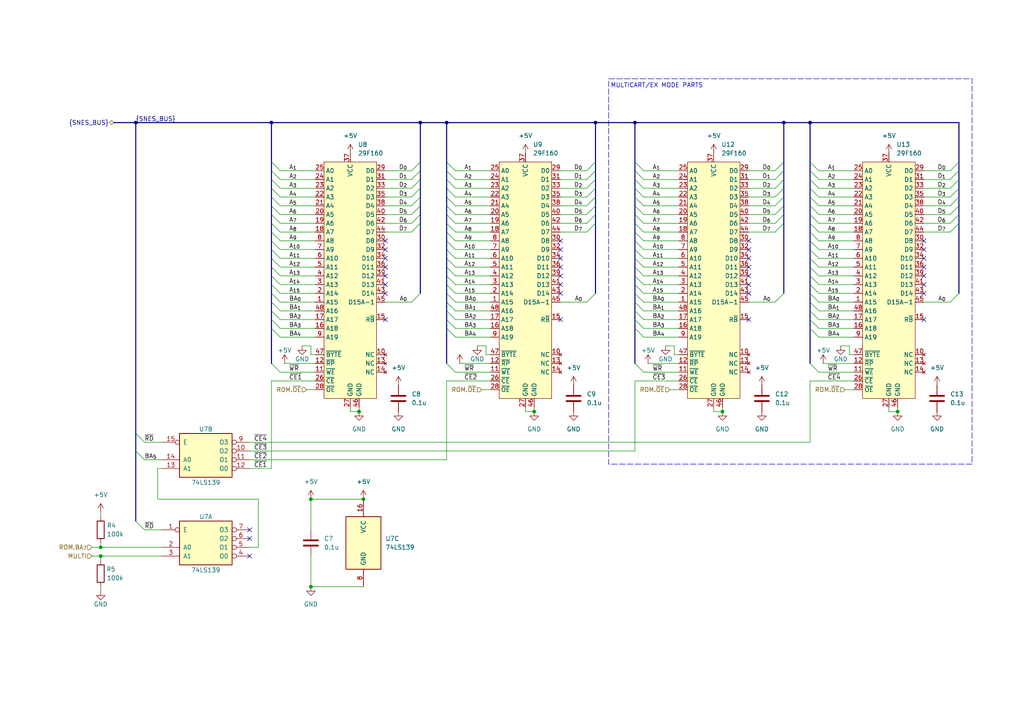
<source format=kicad_sch>
(kicad_sch (version 20231120) (generator "eeschema") (generator_version "8.0")
  (paper "A4")
  (title_block (title "SNES Advanced Flash Cartridge (HiROM)") (date "2024-10-09") (rev "1.2") (company "https://github.com/MouseBiteLabs"))
  (lib_symbols
    (symbol "Bucketmouse:29F160"
      (property "Reference" "U" (at -7.62 31.75 0))
      (property "Value" "29F160" (at -10.414 -39.37 0))
      (symbol "29F160_1_1"
        (rectangle (start -7.62 30.48) (end 7.62 -38.1) (fill (type background)))
        (pin input line (at -10.16 -10.16 0) (length 2.54) (name "A15") (number "1"))
        (pin no_connect line (at 10.16 -25.4 180) (length 2.54) (name "NC") (number "10"))
        (pin input line (at -10.16 -30.48 0) (length 2.54) (name "~{WE}") (number "11"))
        (pin input line (at -10.16 -27.94 0) (length 2.54) (name "~{RP}") (number "12"))
        (pin no_connect line (at 10.16 -27.94 180) (length 2.54) (name "NC") (number "13"))
        (pin no_connect line (at 10.16 -30.48 180) (length 2.54) (name "NC") (number "14"))
        (pin output line (at 10.16 -15.24 180) (length 2.54) (name "R~{B}") (number "15"))
        (pin input line (at -10.16 -17.78 0) (length 2.54) (name "A18") (number "16"))
        (pin input line (at -10.16 -15.24 0) (length 2.54) (name "A17") (number "17"))
        (pin input line (at -10.16 10.16 0) (length 2.54) (name "A7") (number "18"))
        (pin input line (at -10.16 12.7 0) (length 2.54) (name "A6") (number "19"))
        (pin input line (at -10.16 -7.62 0) (length 2.54) (name "A14") (number "2"))
        (pin input line (at -10.16 15.24 0) (length 2.54) (name "A5") (number "20"))
        (pin input line (at -10.16 17.78 0) (length 2.54) (name "A4") (number "21"))
        (pin input line (at -10.16 20.32 0) (length 2.54) (name "A3") (number "22"))
        (pin input line (at -10.16 22.86 0) (length 2.54) (name "A2") (number "23"))
        (pin input line (at -10.16 25.4 0) (length 2.54) (name "A1") (number "24"))
        (pin input line (at -10.16 27.94 0) (length 2.54) (name "A0") (number "25"))
        (pin input line (at -10.16 -33.02 0) (length 2.54) (name "~{CE}") (number "26"))
        (pin power_in line (at 0 -40.64 90) (length 2.54) (name "GND") (number "27"))
        (pin input line (at -10.16 -35.56 0) (length 2.54) (name "~{OE}") (number "28"))
        (pin tri_state line (at 10.16 27.94 180) (length 2.54) (name "D0") (number "29"))
        (pin input line (at -10.16 -5.08 0) (length 2.54) (name "A13") (number "3"))
        (pin tri_state line (at 10.16 7.62 180) (length 2.54) (name "D8") (number "30"))
        (pin tri_state line (at 10.16 25.4 180) (length 2.54) (name "D1") (number "31"))
        (pin tri_state line (at 10.16 5.08 180) (length 2.54) (name "D9") (number "32"))
        (pin tri_state line (at 10.16 22.86 180) (length 2.54) (name "D2") (number "33"))
        (pin tri_state line (at 10.16 2.54 180) (length 2.54) (name "D10") (number "34"))
        (pin tri_state line (at 10.16 20.32 180) (length 2.54) (name "D3") (number "35"))
        (pin tri_state line (at 10.16 0 180) (length 2.54) (name "D11") (number "36"))
        (pin power_in line (at 0 33.02 270) (length 2.54) (name "VCC") (number "37"))
        (pin tri_state line (at 10.16 17.78 180) (length 2.54) (name "D4") (number "38"))
        (pin tri_state line (at 10.16 -2.54 180) (length 2.54) (name "D12") (number "39"))
        (pin input line (at -10.16 -2.54 0) (length 2.54) (name "A12") (number "4"))
        (pin tri_state line (at 10.16 15.24 180) (length 2.54) (name "D5") (number "40"))
        (pin tri_state line (at 10.16 -5.08 180) (length 2.54) (name "D13") (number "41"))
        (pin tri_state line (at 10.16 12.7 180) (length 2.54) (name "D6") (number "42"))
        (pin tri_state line (at 10.16 -7.62 180) (length 2.54) (name "D14") (number "43"))
        (pin tri_state line (at 10.16 10.16 180) (length 2.54) (name "D7") (number "44"))
        (pin tri_state line (at 10.16 -10.16 180) (length 2.54) (name "D15A-1") (number "45"))
        (pin power_in line (at 2.54 -40.64 90) (length 2.54) (name "GND") (number "46"))
        (pin input line (at -10.16 -25.4 0) (length 2.54) (name "~{BYTE}") (number "47"))
        (pin input line (at -10.16 -12.7 0) (length 2.54) (name "A16") (number "48"))
        (pin input line (at -10.16 0 0) (length 2.54) (name "A11") (number "5"))
        (pin input line (at -10.16 2.54 0) (length 2.54) (name "A10") (number "6"))
        (pin input line (at -10.16 5.08 0) (length 2.54) (name "A9") (number "7"))
        (pin input line (at -10.16 7.62 0) (length 2.54) (name "A8") (number "8"))
        (pin input line (at -10.16 -20.32 0) (length 2.54) (name "A19") (number "9"))
      )
    )
    (symbol "Bucketmouse:74LS139" (pin_names (offset 1.016))
      (property "Reference" "U" (at -7.62 8.89 0))
      (property "Value" "74LS139" (at -7.62 -8.89 0))
      (symbol "74LS139_1_0"
        (pin input inverted (at -12.7 -5.08 0) (length 5.08) (name "E") (number "1"))
        (pin input line (at -12.7 0 0) (length 5.08) (name "A0") (number "2"))
        (pin input line (at -12.7 2.54 0) (length 5.08) (name "A1") (number "3"))
        (pin output inverted (at 12.7 2.54 180) (length 5.08) (name "O0") (number "4"))
        (pin output inverted (at 12.7 0 180) (length 5.08) (name "O1") (number "5"))
        (pin output inverted (at 12.7 -2.54 180) (length 5.08) (name "O2") (number "6"))
        (pin output inverted (at 12.7 -5.08 180) (length 5.08) (name "O3") (number "7"))
      )
      (symbol "74LS139_1_1"
        (rectangle (start -7.62 5.08) (end 7.62 -7.62) (stroke (width 0.254)) (fill (type background)))
      )
      (symbol "74LS139_2_0"
        (pin output inverted (at 12.7 -2.54 180) (length 5.08) (name "O2") (number "10"))
        (pin output inverted (at 12.7 0 180) (length 5.08) (name "O1") (number "11"))
        (pin output inverted (at 12.7 2.54 180) (length 5.08) (name "O0") (number "12"))
        (pin input line (at -12.7 2.54 0) (length 5.08) (name "A1") (number "13"))
        (pin input line (at -12.7 0 0) (length 5.08) (name "A0") (number "14"))
        (pin input inverted (at -12.7 -5.08 0) (length 5.08) (name "E") (number "15"))
        (pin output inverted (at 12.7 -5.08 180) (length 5.08) (name "O3") (number "9"))
      )
      (symbol "74LS139_2_1"
        (rectangle (start -7.62 5.08) (end 7.62 -7.62) (stroke (width 0.254)) (fill (type background)))
      )
      (symbol "74LS139_3_0"
        (pin power_in line (at 0 12.7 270) (length 5.08) (name "VCC") (number "16"))
        (pin power_in line (at 0 -12.7 90) (length 5.08) (name "GND") (number "8"))
      )
      (symbol "74LS139_3_1"
        (rectangle (start -5.08 7.62) (end 5.08 -7.62) (stroke (width 0.254)) (fill (type background)))
      )
    )
    (symbol "Device:C" (pin_numbers hide) (pin_names (offset 0.254))
      (property "Reference" "C" (at 0.635 2.54 0))
      (property "Value" "C" (at 0.635 -2.54 0))
      (symbol "C_0_1"
        (polyline (pts (xy -2.032 -0.762) (xy 2.032 -0.762)) (stroke (width 0.508)))
        (polyline (pts (xy -2.032 0.762) (xy 2.032 0.762)) (stroke (width 0.508)))
      )
      (symbol "C_1_1"
        (pin passive line (at 0 3.81 270) (length 2.794) (name "~") (number "1"))
        (pin passive line (at 0 -3.81 90) (length 2.794) (name "~") (number "2"))
      )
    )
    (symbol "Device:R" (pin_numbers hide) (pin_names (offset 0))
      (property "Reference" "R" (at 2.032 0 90))
      (property "Value" "R" (at 0 0 90))
      (symbol "R_0_1"
        (rectangle (start -1.016 -2.54) (end 1.016 2.54) (stroke (width 0.254)))
      )
      (symbol "R_1_1"
        (pin passive line (at 0 3.81 270) (length 1.27) (name "~") (number "1"))
        (pin passive line (at 0 -3.81 90) (length 1.27) (name "~") (number "2"))
      )
    )
    (symbol "power:+5V" (power) (pin_numbers hide) (pin_names (offset 0) hide)
      (property "Value" "+5V" (at 0 3.556 0))
      (symbol "+5V_0_1"
        (polyline (pts (xy -0.762 1.27) (xy 0 2.54)))
        (polyline (pts (xy 0 0) (xy 0 2.54)))
        (polyline (pts (xy 0 2.54) (xy 0.762 1.27)))
      )
      (symbol "+5V_1_1"
        (pin power_in line (at 0 0 90) (length 0) (name "~") (number "1"))
      )
    )
    (symbol "power:GND" (power) (pin_numbers hide) (pin_names (offset 0) hide)
      (property "Value" "GND" (at 0 -3.81 0))
      (symbol "GND_0_1"
        (polyline (pts (xy 0 0) (xy 0 -1.27) (xy 1.27 -1.27) (xy 0 -2.54) (xy -1.27 -1.27) (xy 0 -1.27)))
      )
      (symbol "GND_1_1"
        (pin power_in line (at 0 0 270) (length 0) (name "~") (number "1"))
      )
    )
  )
  (junction (at 90.17 144.78))
  (junction (at 39.37 35.56))
  (junction (at 154.94 119.38))
  (junction (at 29.21 158.75))
  (junction (at 209.55 119.38))
  (junction (at 234.95 35.56))
  (junction (at 227.33 35.56))
  (junction (at 184.15 35.56))
  (junction (at 121.92 35.56))
  (junction (at 172.72 35.56))
  (junction (at 129.54 35.56))
  (junction (at 105.41 144.78))
  (junction (at 104.14 119.38))
  (junction (at 29.21 161.29))
  (junction (at 90.17 170.18))
  (junction (at 78.74 35.56))
  (junction (at 260.35 119.38))
  (no_connect (at 267.97 77.47))
  (no_connect (at 267.97 74.93))
  (no_connect (at 267.97 92.71))
  (no_connect (at 217.17 77.47))
  (no_connect (at 111.76 77.47))
  (no_connect (at 217.17 72.39))
  (no_connect (at 72.39 153.67))
  (no_connect (at 267.97 72.39))
  (no_connect (at 217.17 69.85))
  (no_connect (at 217.17 74.93))
  (no_connect (at 267.97 82.55))
  (no_connect (at 217.17 82.55))
  (no_connect (at 162.56 80.01))
  (no_connect (at 162.56 72.39))
  (no_connect (at 111.76 92.71))
  (no_connect (at 267.97 85.09))
  (no_connect (at 111.76 69.85))
  (no_connect (at 111.76 72.39))
  (no_connect (at 162.56 77.47))
  (no_connect (at 162.56 69.85))
  (no_connect (at 162.56 92.71))
  (no_connect (at 111.76 85.09))
  (no_connect (at 217.17 80.01))
  (no_connect (at 267.97 80.01))
  (no_connect (at 162.56 85.09))
  (no_connect (at 111.76 74.93))
  (no_connect (at 217.17 92.71))
  (no_connect (at 162.56 74.93))
  (no_connect (at 162.56 82.55))
  (no_connect (at 267.97 69.85))
  (no_connect (at 72.39 156.21))
  (no_connect (at 217.17 85.09))
  (no_connect (at 111.76 82.55))
  (no_connect (at 111.76 80.01))
  (no_connect (at 72.39 161.29))
  (bus_entry (at 186.69 82.55) (size -2.54 -2.54))
  (bus_entry (at 224.79 49.53) (size 2.54 -2.54))
  (bus_entry (at 237.49 90.17) (size -2.54 -2.54))
  (bus_entry (at 186.69 62.23) (size -2.54 -2.54))
  (bus_entry (at 119.38 49.53) (size 2.54 -2.54))
  (bus_entry (at 224.79 59.69) (size 2.54 -2.54))
  (bus_entry (at 186.69 57.15) (size -2.54 -2.54))
  (bus_entry (at 81.28 64.77) (size -2.54 -2.54))
  (bus_entry (at 224.79 54.61) (size 2.54 -2.54))
  (bus_entry (at 234.95 95.25) (size 2.54 2.54))
  (bus_entry (at 81.28 54.61) (size -2.54 -2.54))
  (bus_entry (at 119.38 52.07) (size 2.54 -2.54))
  (bus_entry (at 81.28 82.55) (size -2.54 -2.54))
  (bus_entry (at 275.59 64.77) (size 2.54 -2.54))
  (bus_entry (at 81.28 95.25) (size -2.54 -2.54))
  (bus_entry (at 237.49 64.77) (size -2.54 -2.54))
  (bus_entry (at 81.28 57.15) (size -2.54 -2.54))
  (bus_entry (at 81.28 107.95) (size -2.54 -2.54))
  (bus_entry (at 81.28 92.71) (size -2.54 -2.54))
  (bus_entry (at 237.49 85.09) (size -2.54 -2.54))
  (bus_entry (at 170.18 67.31) (size 2.54 -2.54))
  (bus_entry (at 132.08 49.53) (size -2.54 -2.54))
  (bus_entry (at 132.08 92.71) (size -2.54 -2.54))
  (bus_entry (at 186.69 69.85) (size -2.54 -2.54))
  (bus_entry (at 224.79 64.77) (size 2.54 -2.54))
  (bus_entry (at 224.79 87.63) (size 2.54 -2.54))
  (bus_entry (at 119.38 54.61) (size 2.54 -2.54))
  (bus_entry (at 132.08 64.77) (size -2.54 -2.54))
  (bus_entry (at 224.79 67.31) (size 2.54 -2.54))
  (bus_entry (at 186.69 74.93) (size -2.54 -2.54))
  (bus_entry (at 237.49 67.31) (size -2.54 -2.54))
  (bus_entry (at 81.28 74.93) (size -2.54 -2.54))
  (bus_entry (at 81.28 72.39) (size -2.54 -2.54))
  (bus_entry (at 237.49 62.23) (size -2.54 -2.54))
  (bus_entry (at 275.59 59.69) (size 2.54 -2.54))
  (bus_entry (at 237.49 69.85) (size -2.54 -2.54))
  (bus_entry (at 81.28 49.53) (size -2.54 -2.54))
  (bus_entry (at 132.08 72.39) (size -2.54 -2.54))
  (bus_entry (at 186.69 54.61) (size -2.54 -2.54))
  (bus_entry (at 132.08 74.93) (size -2.54 -2.54))
  (bus_entry (at 184.15 95.25) (size 2.54 2.54))
  (bus_entry (at 237.49 87.63) (size -2.54 -2.54))
  (bus_entry (at 132.08 95.25) (size -2.54 -2.54))
  (bus_entry (at 132.08 59.69) (size -2.54 -2.54))
  (bus_entry (at 132.08 62.23) (size -2.54 -2.54))
  (bus_entry (at 186.69 49.53) (size -2.54 -2.54))
  (bus_entry (at 170.18 49.53) (size 2.54 -2.54))
  (bus_entry (at 132.08 87.63) (size -2.54 -2.54))
  (bus_entry (at 186.69 80.01) (size -2.54 -2.54))
  (bus_entry (at 81.28 62.23) (size -2.54 -2.54))
  (bus_entry (at 81.28 80.01) (size -2.54 -2.54))
  (bus_entry (at 119.38 87.63) (size 2.54 -2.54))
  (bus_entry (at 224.79 57.15) (size 2.54 -2.54))
  (bus_entry (at 119.38 62.23) (size 2.54 -2.54))
  (bus_entry (at 224.79 62.23) (size 2.54 -2.54))
  (bus_entry (at 81.28 85.09) (size -2.54 -2.54))
  (bus_entry (at 237.49 80.01) (size -2.54 -2.54))
  (bus_entry (at 186.69 107.95) (size -2.54 -2.54))
  (bus_entry (at 186.69 64.77) (size -2.54 -2.54))
  (bus_entry (at 81.28 87.63) (size -2.54 -2.54))
  (bus_entry (at 132.08 82.55) (size -2.54 -2.54))
  (bus_entry (at 186.69 85.09) (size -2.54 -2.54))
  (bus_entry (at 132.08 107.95) (size -2.54 -2.54))
  (bus_entry (at 39.37 130.81) (size 2.54 2.54))
  (bus_entry (at 129.54 95.25) (size 2.54 2.54))
  (bus_entry (at 237.49 49.53) (size -2.54 -2.54))
  (bus_entry (at 186.69 95.25) (size -2.54 -2.54))
  (bus_entry (at 186.69 92.71) (size -2.54 -2.54))
  (bus_entry (at 237.49 95.25) (size -2.54 -2.54))
  (bus_entry (at 186.69 77.47) (size -2.54 -2.54))
  (bus_entry (at 275.59 62.23) (size 2.54 -2.54))
  (bus_entry (at 170.18 62.23) (size 2.54 -2.54))
  (bus_entry (at 81.28 59.69) (size -2.54 -2.54))
  (bus_entry (at 132.08 90.17) (size -2.54 -2.54))
  (bus_entry (at 237.49 77.47) (size -2.54 -2.54))
  (bus_entry (at 275.59 52.07) (size 2.54 -2.54))
  (bus_entry (at 170.18 54.61) (size 2.54 -2.54))
  (bus_entry (at 237.49 52.07) (size -2.54 -2.54))
  (bus_entry (at 81.28 90.17) (size -2.54 -2.54))
  (bus_entry (at 132.08 80.01) (size -2.54 -2.54))
  (bus_entry (at 237.49 107.95) (size -2.54 -2.54))
  (bus_entry (at 237.49 57.15) (size -2.54 -2.54))
  (bus_entry (at 132.08 77.47) (size -2.54 -2.54))
  (bus_entry (at 186.69 67.31) (size -2.54 -2.54))
  (bus_entry (at 275.59 57.15) (size 2.54 -2.54))
  (bus_entry (at 224.79 52.07) (size 2.54 -2.54))
  (bus_entry (at 119.38 67.31) (size 2.54 -2.54))
  (bus_entry (at 237.49 82.55) (size -2.54 -2.54))
  (bus_entry (at 186.69 72.39) (size -2.54 -2.54))
  (bus_entry (at 237.49 92.71) (size -2.54 -2.54))
  (bus_entry (at 275.59 87.63) (size 2.54 -2.54))
  (bus_entry (at 186.69 59.69) (size -2.54 -2.54))
  (bus_entry (at 81.28 69.85) (size -2.54 -2.54))
  (bus_entry (at 119.38 59.69) (size 2.54 -2.54))
  (bus_entry (at 237.49 72.39) (size -2.54 -2.54))
  (bus_entry (at 170.18 59.69) (size 2.54 -2.54))
  (bus_entry (at 81.28 52.07) (size -2.54 -2.54))
  (bus_entry (at 275.59 54.61) (size 2.54 -2.54))
  (bus_entry (at 132.08 54.61) (size -2.54 -2.54))
  (bus_entry (at 170.18 87.63) (size 2.54 -2.54))
  (bus_entry (at 186.69 52.07) (size -2.54 -2.54))
  (bus_entry (at 81.28 67.31) (size -2.54 -2.54))
  (bus_entry (at 78.74 95.25) (size 2.54 2.54))
  (bus_entry (at 132.08 67.31) (size -2.54 -2.54))
  (bus_entry (at 275.59 67.31) (size 2.54 -2.54))
  (bus_entry (at 275.59 49.53) (size 2.54 -2.54))
  (bus_entry (at 237.49 59.69) (size -2.54 -2.54))
  (bus_entry (at 170.18 52.07) (size 2.54 -2.54))
  (bus_entry (at 81.28 77.47) (size -2.54 -2.54))
  (bus_entry (at 132.08 85.09) (size -2.54 -2.54))
  (bus_entry (at 39.37 151.13) (size 2.54 2.54))
  (bus_entry (at 132.08 52.07) (size -2.54 -2.54))
  (bus_entry (at 132.08 69.85) (size -2.54 -2.54))
  (bus_entry (at 170.18 64.77) (size 2.54 -2.54))
  (bus_entry (at 119.38 57.15) (size 2.54 -2.54))
  (bus_entry (at 186.69 87.63) (size -2.54 -2.54))
  (bus_entry (at 119.38 64.77) (size 2.54 -2.54))
  (bus_entry (at 170.18 57.15) (size 2.54 -2.54))
  (bus_entry (at 237.49 74.93) (size -2.54 -2.54))
  (bus_entry (at 186.69 90.17) (size -2.54 -2.54))
  (bus_entry (at 237.49 54.61) (size -2.54 -2.54))
  (bus_entry (at 39.37 125.73) (size 2.54 2.54))
  (bus_entry (at 132.08 57.15) (size -2.54 -2.54))
  (bus (pts (xy 227.33 52.07) (xy 227.33 54.61)))
  (wire (pts (xy 81.28 107.95) (xy 91.44 107.95)))
  (wire (pts (xy 267.97 67.31) (xy 275.59 67.31)))
  (wire (pts (xy 132.08 64.77) (xy 142.24 64.77)))
  (wire (pts (xy 88.9 113.03) (xy 91.44 113.03)))
  (wire (pts (xy 237.49 64.77) (xy 247.65 64.77)))
  (bus (pts (xy 234.95 82.55) (xy 234.95 85.09)))
  (bus (pts (xy 184.15 64.77) (xy 184.15 62.23)))
  (wire (pts (xy 81.28 87.63) (xy 91.44 87.63)))
  (bus (pts (xy 129.54 90.17) (xy 129.54 92.71)))
  (bus (pts (xy 234.95 72.39) (xy 234.95 69.85)))
  (bus (pts (xy 184.15 59.69) (xy 184.15 57.15)))
  (wire (pts (xy 186.69 85.09) (xy 196.85 85.09)))
  (wire (pts (xy 162.56 54.61) (xy 170.18 54.61)))
  (wire (pts (xy 81.28 59.69) (xy 91.44 59.69)))
  (wire (pts (xy 81.28 97.79) (xy 91.44 97.79)))
  (wire (pts (xy 186.69 69.85) (xy 196.85 69.85)))
  (wire (pts (xy 81.28 64.77) (xy 91.44 64.77)))
  (wire (pts (xy 267.97 49.53) (xy 275.59 49.53)))
  (wire (pts (xy 139.7 113.03) (xy 142.24 113.03)))
  (bus (pts (xy 78.74 49.53) (xy 78.74 46.99)))
  (wire (pts (xy 74.93 144.78) (xy 74.93 158.75)))
  (wire (pts (xy 41.91 128.27) (xy 46.99 128.27)))
  (wire (pts (xy 91.44 102.87) (xy 90.17 102.87)))
  (wire (pts (xy 132.08 74.93) (xy 142.24 74.93)))
  (bus (pts (xy 278.13 35.56) (xy 278.13 46.99)))
  (bus (pts (xy 129.54 64.77) (xy 129.54 62.23)))
  (wire (pts (xy 81.28 54.61) (xy 91.44 54.61)))
  (wire (pts (xy 186.69 74.93) (xy 196.85 74.93)))
  (wire (pts (xy 217.17 52.07) (xy 224.79 52.07)))
  (bus (pts (xy 184.15 90.17) (xy 184.15 92.71)))
  (wire (pts (xy 186.69 97.79) (xy 196.85 97.79)))
  (bus (pts (xy 121.92 35.56) (xy 121.92 46.99)))
  (wire (pts (xy 217.17 54.61) (xy 224.79 54.61)))
  (wire (pts (xy 81.28 82.55) (xy 91.44 82.55)))
  (wire (pts (xy 186.69 95.25) (xy 196.85 95.25)))
  (bus (pts (xy 278.13 46.99) (xy 278.13 49.53)))
  (bus (pts (xy 234.95 69.85) (xy 234.95 67.31)))
  (wire (pts (xy 111.76 67.31) (xy 119.38 67.31)))
  (bus (pts (xy 184.15 80.01) (xy 184.15 77.47)))
  (wire (pts (xy 45.72 135.89) (xy 45.72 144.78)))
  (wire (pts (xy 29.21 148.59) (xy 29.21 149.86)))
  (wire (pts (xy 267.97 87.63) (xy 275.59 87.63)))
  (wire (pts (xy 186.69 77.47) (xy 196.85 77.47)))
  (wire (pts (xy 246.38 102.87) (xy 246.38 100.33)))
  (bus (pts (xy 129.54 72.39) (xy 129.54 69.85)))
  (wire (pts (xy 29.21 161.29) (xy 46.99 161.29)))
  (wire (pts (xy 162.56 52.07) (xy 170.18 52.07)))
  (bus (pts (xy 184.15 80.01) (xy 184.15 82.55)))
  (bus (pts (xy 129.54 67.31) (xy 129.54 64.77)))
  (wire (pts (xy 207.01 119.38) (xy 209.55 119.38)))
  (bus (pts (xy 129.54 62.23) (xy 129.54 59.69)))
  (bus (pts (xy 172.72 49.53) (xy 172.72 52.07)))
  (bus (pts (xy 227.33 54.61) (xy 227.33 57.15)))
  (bus (pts (xy 129.54 49.53) (xy 129.54 46.99)))
  (bus (pts (xy 184.15 67.31) (xy 184.15 64.77)))
  (bus (pts (xy 129.54 54.61) (xy 129.54 52.07)))
  (wire (pts (xy 132.08 85.09) (xy 142.24 85.09)))
  (bus (pts (xy 184.15 95.25) (xy 184.15 105.41)))
  (bus (pts (xy 129.54 69.85) (xy 129.54 67.31)))
  (wire (pts (xy 186.69 57.15) (xy 196.85 57.15)))
  (bus (pts (xy 129.54 85.09) (xy 129.54 87.63)))
  (wire (pts (xy 111.76 57.15) (xy 119.38 57.15)))
  (wire (pts (xy 81.28 95.25) (xy 91.44 95.25)))
  (bus (pts (xy 129.54 82.55) (xy 129.54 85.09)))
  (wire (pts (xy 72.39 128.27) (xy 234.95 128.27)))
  (wire (pts (xy 162.56 59.69) (xy 170.18 59.69)))
  (bus (pts (xy 78.74 67.31) (xy 78.74 64.77)))
  (bus (pts (xy 227.33 62.23) (xy 227.33 64.77)))
  (wire (pts (xy 90.17 144.78) (xy 90.17 153.67)))
  (wire (pts (xy 81.28 69.85) (xy 91.44 69.85)))
  (bus (pts (xy 78.74 74.93) (xy 78.74 72.39)))
  (bus (pts (xy 184.15 62.23) (xy 184.15 59.69)))
  (wire (pts (xy 81.28 52.07) (xy 91.44 52.07)))
  (bus (pts (xy 234.95 80.01) (xy 234.95 77.47)))
  (bus (pts (xy 78.74 62.23) (xy 78.74 59.69)))
  (wire (pts (xy 72.39 135.89) (xy 78.74 135.89)))
  (wire (pts (xy 195.58 100.33) (xy 193.04 100.33)))
  (wire (pts (xy 237.49 57.15) (xy 247.65 57.15)))
  (wire (pts (xy 237.49 82.55) (xy 247.65 82.55)))
  (bus (pts (xy 184.15 85.09) (xy 184.15 87.63)))
  (wire (pts (xy 132.08 87.63) (xy 142.24 87.63)))
  (bus (pts (xy 184.15 69.85) (xy 184.15 67.31)))
  (wire (pts (xy 140.97 100.33) (xy 138.43 100.33)))
  (wire (pts (xy 90.17 144.78) (xy 105.41 144.78)))
  (bus (pts (xy 234.95 85.09) (xy 234.95 87.63)))
  (wire (pts (xy 104.14 119.38) (xy 104.14 118.11)))
  (bus (pts (xy 184.15 49.53) (xy 184.15 46.99)))
  (bus (pts (xy 234.95 62.23) (xy 234.95 59.69)))
  (wire (pts (xy 29.21 161.29) (xy 29.21 162.56)))
  (bus (pts (xy 129.54 77.47) (xy 129.54 74.93)))
  (wire (pts (xy 81.28 57.15) (xy 91.44 57.15)))
  (bus (pts (xy 227.33 46.99) (xy 227.33 49.53)))
  (wire (pts (xy 237.49 107.95) (xy 247.65 107.95)))
  (wire (pts (xy 162.56 67.31) (xy 170.18 67.31)))
  (wire (pts (xy 132.08 67.31) (xy 142.24 67.31)))
  (bus (pts (xy 227.33 59.69) (xy 227.33 62.23)))
  (wire (pts (xy 111.76 64.77) (xy 119.38 64.77)))
  (bus (pts (xy 184.15 35.56) (xy 184.15 46.99)))
  (bus (pts (xy 278.13 64.77) (xy 278.13 85.09)))
  (wire (pts (xy 186.69 80.01) (xy 196.85 80.01)))
  (bus (pts (xy 234.95 95.25) (xy 234.95 105.41)))
  (bus (pts (xy 172.72 46.99) (xy 172.72 49.53)))
  (wire (pts (xy 186.69 49.53) (xy 196.85 49.53)))
  (wire (pts (xy 187.96 105.41) (xy 196.85 105.41)))
  (wire (pts (xy 132.08 107.95) (xy 142.24 107.95)))
  (bus (pts (xy 184.15 52.07) (xy 184.15 49.53)))
  (bus (pts (xy 234.95 49.53) (xy 234.95 46.99)))
  (bus (pts (xy 234.95 59.69) (xy 234.95 57.15)))
  (bus (pts (xy 78.74 57.15) (xy 78.74 54.61)))
  (wire (pts (xy 186.69 64.77) (xy 196.85 64.77)))
  (wire (pts (xy 186.69 82.55) (xy 196.85 82.55)))
  (wire (pts (xy 133.35 105.41) (xy 142.24 105.41)))
  (bus (pts (xy 39.37 35.56) (xy 78.74 35.56)))
  (bus (pts (xy 234.95 90.17) (xy 234.95 92.71)))
  (wire (pts (xy 267.97 54.61) (xy 275.59 54.61)))
  (wire (pts (xy 237.49 87.63) (xy 247.65 87.63)))
  (wire (pts (xy 237.49 74.93) (xy 247.65 74.93)))
  (wire (pts (xy 29.21 171.45) (xy 29.21 170.18)))
  (wire (pts (xy 184.15 110.49) (xy 196.85 110.49)))
  (wire (pts (xy 237.49 54.61) (xy 247.65 54.61)))
  (bus (pts (xy 78.74 59.69) (xy 78.74 57.15)))
  (bus (pts (xy 234.95 64.77) (xy 234.95 62.23)))
  (wire (pts (xy 186.69 62.23) (xy 196.85 62.23)))
  (wire (pts (xy 41.91 133.35) (xy 46.99 133.35)))
  (wire (pts (xy 237.49 77.47) (xy 247.65 77.47)))
  (wire (pts (xy 45.72 135.89) (xy 46.99 135.89)))
  (bus (pts (xy 78.74 52.07) (xy 78.74 49.53)))
  (bus (pts (xy 172.72 59.69) (xy 172.72 62.23)))
  (wire (pts (xy 186.69 87.63) (xy 196.85 87.63)))
  (bus (pts (xy 184.15 57.15) (xy 184.15 54.61)))
  (wire (pts (xy 217.17 49.53) (xy 224.79 49.53)))
  (bus (pts (xy 184.15 87.63) (xy 184.15 90.17)))
  (wire (pts (xy 237.49 90.17) (xy 247.65 90.17)))
  (bus (pts (xy 121.92 62.23) (xy 121.92 64.77)))
  (wire (pts (xy 81.28 85.09) (xy 91.44 85.09)))
  (wire (pts (xy 186.69 59.69) (xy 196.85 59.69)))
  (bus (pts (xy 121.92 54.61) (xy 121.92 57.15)))
  (bus (pts (xy 129.54 57.15) (xy 129.54 54.61)))
  (bus (pts (xy 129.54 52.07) (xy 129.54 49.53)))
  (wire (pts (xy 217.17 67.31) (xy 224.79 67.31)))
  (wire (pts (xy 90.17 102.87) (xy 90.17 100.33)))
  (bus (pts (xy 78.74 64.77) (xy 78.74 62.23)))
  (wire (pts (xy 140.97 102.87) (xy 140.97 100.33)))
  (wire (pts (xy 81.28 80.01) (xy 91.44 80.01)))
  (wire (pts (xy 237.49 69.85) (xy 247.65 69.85)))
  (bus (pts (xy 121.92 46.99) (xy 121.92 49.53)))
  (wire (pts (xy 81.28 90.17) (xy 91.44 90.17)))
  (wire (pts (xy 237.49 80.01) (xy 247.65 80.01)))
  (wire (pts (xy 101.6 118.11) (xy 101.6 119.38)))
  (wire (pts (xy 129.54 110.49) (xy 142.24 110.49)))
  (bus (pts (xy 172.72 52.07) (xy 172.72 54.61)))
  (bus (pts (xy 121.92 35.56) (xy 129.54 35.56)))
  (wire (pts (xy 132.08 95.25) (xy 142.24 95.25)))
  (wire (pts (xy 237.49 95.25) (xy 247.65 95.25)))
  (bus (pts (xy 234.95 87.63) (xy 234.95 90.17)))
  (wire (pts (xy 237.49 59.69) (xy 247.65 59.69)))
  (wire (pts (xy 217.17 59.69) (xy 224.79 59.69)))
  (wire (pts (xy 132.08 69.85) (xy 142.24 69.85)))
  (wire (pts (xy 257.81 119.38) (xy 260.35 119.38)))
  (bus (pts (xy 39.37 125.73) (xy 39.37 130.81)))
  (wire (pts (xy 186.69 90.17) (xy 196.85 90.17)))
  (wire (pts (xy 162.56 57.15) (xy 170.18 57.15)))
  (wire (pts (xy 247.65 102.87) (xy 246.38 102.87)))
  (bus (pts (xy 234.95 52.07) (xy 234.95 49.53)))
  (bus (pts (xy 234.95 35.56) (xy 234.95 46.99)))
  (wire (pts (xy 245.11 113.03) (xy 247.65 113.03)))
  (bus (pts (xy 227.33 64.77) (xy 227.33 85.09)))
  (wire (pts (xy 162.56 64.77) (xy 170.18 64.77)))
  (bus (pts (xy 234.95 67.31) (xy 234.95 64.77)))
  (wire (pts (xy 267.97 64.77) (xy 275.59 64.77)))
  (bus (pts (xy 39.37 35.56) (xy 39.37 125.73)))
  (wire (pts (xy 209.55 119.38) (xy 209.55 118.11)))
  (bus (pts (xy 278.13 57.15) (xy 278.13 59.69)))
  (wire (pts (xy 81.28 62.23) (xy 91.44 62.23)))
  (wire (pts (xy 237.49 52.07) (xy 247.65 52.07)))
  (wire (pts (xy 238.76 105.41) (xy 247.65 105.41)))
  (bus (pts (xy 121.92 64.77) (xy 121.92 85.09)))
  (bus (pts (xy 227.33 57.15) (xy 227.33 59.69)))
  (bus (pts (xy 184.15 72.39) (xy 184.15 69.85)))
  (wire (pts (xy 132.08 90.17) (xy 142.24 90.17)))
  (bus (pts (xy 129.54 95.25) (xy 129.54 105.41)))
  (bus (pts (xy 227.33 35.56) (xy 227.33 46.99)))
  (wire (pts (xy 186.69 52.07) (xy 196.85 52.07)))
  (bus (pts (xy 78.74 87.63) (xy 78.74 90.17)))
  (bus (pts (xy 129.54 87.63) (xy 129.54 90.17)))
  (wire (pts (xy 186.69 54.61) (xy 196.85 54.61)))
  (wire (pts (xy 81.28 49.53) (xy 91.44 49.53)))
  (wire (pts (xy 237.49 72.39) (xy 247.65 72.39)))
  (wire (pts (xy 234.95 110.49) (xy 247.65 110.49)))
  (wire (pts (xy 237.49 67.31) (xy 247.65 67.31)))
  (bus (pts (xy 172.72 54.61) (xy 172.72 57.15)))
  (wire (pts (xy 132.08 52.07) (xy 142.24 52.07)))
  (wire (pts (xy 132.08 72.39) (xy 142.24 72.39)))
  (wire (pts (xy 267.97 57.15) (xy 275.59 57.15)))
  (bus (pts (xy 121.92 52.07) (xy 121.92 54.61)))
  (wire (pts (xy 29.21 158.75) (xy 46.99 158.75)))
  (bus (pts (xy 129.54 80.01) (xy 129.54 82.55)))
  (wire (pts (xy 162.56 49.53) (xy 170.18 49.53)))
  (wire (pts (xy 142.24 102.87) (xy 140.97 102.87)))
  (bus (pts (xy 172.72 35.56) (xy 172.72 46.99)))
  (wire (pts (xy 78.74 110.49) (xy 78.74 135.89)))
  (wire (pts (xy 41.91 153.67) (xy 46.99 153.67)))
  (wire (pts (xy 152.4 118.11) (xy 152.4 119.38)))
  (bus (pts (xy 78.74 90.17) (xy 78.74 92.71)))
  (wire (pts (xy 81.28 92.71) (xy 91.44 92.71)))
  (wire (pts (xy 154.94 119.38) (xy 154.94 118.11)))
  (wire (pts (xy 111.76 62.23) (xy 119.38 62.23)))
  (wire (pts (xy 74.93 158.75) (xy 72.39 158.75)))
  (bus (pts (xy 184.15 92.71) (xy 184.15 95.25)))
  (bus (pts (xy 172.72 64.77) (xy 172.72 85.09)))
  (bus (pts (xy 184.15 35.56) (xy 227.33 35.56)))
  (wire (pts (xy 195.58 102.87) (xy 195.58 100.33)))
  (wire (pts (xy 72.39 133.35) (xy 129.54 133.35)))
  (wire (pts (xy 132.08 59.69) (xy 142.24 59.69)))
  (bus (pts (xy 78.74 80.01) (xy 78.74 77.47)))
  (bus (pts (xy 278.13 62.23) (xy 278.13 64.77)))
  (wire (pts (xy 90.17 170.18) (xy 105.41 170.18)))
  (bus (pts (xy 227.33 35.56) (xy 234.95 35.56)))
  (bus (pts (xy 78.74 85.09) (xy 78.74 87.63)))
  (bus (pts (xy 227.33 49.53) (xy 227.33 52.07)))
  (bus (pts (xy 129.54 59.69) (xy 129.54 57.15)))
  (wire (pts (xy 101.6 119.38) (xy 104.14 119.38)))
  (wire (pts (xy 81.28 74.93) (xy 91.44 74.93)))
  (bus (pts (xy 129.54 35.56) (xy 129.54 46.99)))
  (wire (pts (xy 45.72 144.78) (xy 74.93 144.78)))
  (wire (pts (xy 78.74 110.49) (xy 91.44 110.49)))
  (wire (pts (xy 217.17 62.23) (xy 224.79 62.23)))
  (wire (pts (xy 132.08 49.53) (xy 142.24 49.53)))
  (bus (pts (xy 78.74 54.61) (xy 78.74 52.07)))
  (wire (pts (xy 132.08 62.23) (xy 142.24 62.23)))
  (bus (pts (xy 234.95 54.61) (xy 234.95 52.07)))
  (bus (pts (xy 78.74 69.85) (xy 78.74 67.31)))
  (wire (pts (xy 111.76 52.07) (xy 119.38 52.07)))
  (wire (pts (xy 234.95 128.27) (xy 234.95 110.49)))
  (wire (pts (xy 26.67 158.75) (xy 29.21 158.75)))
  (wire (pts (xy 132.08 97.79) (xy 142.24 97.79)))
  (wire (pts (xy 184.15 130.81) (xy 184.15 110.49)))
  (wire (pts (xy 237.49 97.79) (xy 247.65 97.79)))
  (wire (pts (xy 132.08 92.71) (xy 142.24 92.71)))
  (wire (pts (xy 90.17 170.18) (xy 90.17 161.29)))
  (bus (pts (xy 39.37 130.81) (xy 39.37 151.13)))
  (bus (pts (xy 184.15 77.47) (xy 184.15 74.93)))
  (wire (pts (xy 111.76 49.53) (xy 119.38 49.53)))
  (bus (pts (xy 234.95 74.93) (xy 234.95 72.39)))
  (wire (pts (xy 81.28 72.39) (xy 91.44 72.39)))
  (wire (pts (xy 186.69 107.95) (xy 196.85 107.95)))
  (wire (pts (xy 111.76 59.69) (xy 119.38 59.69)))
  (bus (pts (xy 234.95 57.15) (xy 234.95 54.61)))
  (bus (pts (xy 278.13 59.69) (xy 278.13 62.23)))
  (wire (pts (xy 257.81 118.11) (xy 257.81 119.38)))
  (wire (pts (xy 217.17 64.77) (xy 224.79 64.77)))
  (wire (pts (xy 29.21 157.48) (xy 29.21 158.75)))
  (wire (pts (xy 246.38 100.33) (xy 243.84 100.33)))
  (wire (pts (xy 260.35 119.38) (xy 260.35 118.11)))
  (wire (pts (xy 186.69 67.31) (xy 196.85 67.31)))
  (wire (pts (xy 26.67 161.29) (xy 29.21 161.29)))
  (wire (pts (xy 81.28 67.31) (xy 91.44 67.31)))
  (bus (pts (xy 78.74 35.56) (xy 78.74 46.99)))
  (bus (pts (xy 129.54 74.93) (xy 129.54 72.39)))
  (bus (pts (xy 78.74 72.39) (xy 78.74 69.85)))
  (wire (pts (xy 237.49 92.71) (xy 247.65 92.71)))
  (wire (pts (xy 132.08 54.61) (xy 142.24 54.61)))
  (bus (pts (xy 78.74 77.47) (xy 78.74 74.93)))
  (wire (pts (xy 81.28 77.47) (xy 91.44 77.47)))
  (bus (pts (xy 278.13 49.53) (xy 278.13 52.07)))
  (wire (pts (xy 217.17 57.15) (xy 224.79 57.15)))
  (wire (pts (xy 267.97 59.69) (xy 275.59 59.69)))
  (wire (pts (xy 111.76 87.63) (xy 119.38 87.63)))
  (wire (pts (xy 162.56 62.23) (xy 170.18 62.23)))
  (bus (pts (xy 234.95 80.01) (xy 234.95 82.55)))
  (bus (pts (xy 234.95 77.47) (xy 234.95 74.93)))
  (wire (pts (xy 132.08 57.15) (xy 142.24 57.15)))
  (bus (pts (xy 172.72 57.15) (xy 172.72 59.69)))
  (wire (pts (xy 196.85 102.87) (xy 195.58 102.87)))
  (bus (pts (xy 121.92 57.15) (xy 121.92 59.69)))
  (bus (pts (xy 129.54 92.71) (xy 129.54 95.25)))
  (bus (pts (xy 121.92 59.69) (xy 121.92 62.23)))
  (bus (pts (xy 78.74 35.56) (xy 121.92 35.56)))
  (wire (pts (xy 82.55 105.41) (xy 91.44 105.41)))
  (bus (pts (xy 78.74 80.01) (xy 78.74 82.55)))
  (wire (pts (xy 267.97 62.23) (xy 275.59 62.23)))
  (wire (pts (xy 90.17 100.33) (xy 87.63 100.33)))
  (wire (pts (xy 129.54 133.35) (xy 129.54 110.49)))
  (bus (pts (xy 184.15 74.93) (xy 184.15 72.39)))
  (wire (pts (xy 237.49 85.09) (xy 247.65 85.09)))
  (wire (pts (xy 132.08 82.55) (xy 142.24 82.55)))
  (wire (pts (xy 111.76 54.61) (xy 119.38 54.61)))
  (bus (pts (xy 129.54 35.56) (xy 172.72 35.56)))
  (wire (pts (xy 162.56 87.63) (xy 170.18 87.63)))
  (wire (pts (xy 72.39 130.81) (xy 184.15 130.81)))
  (bus (pts (xy 184.15 82.55) (xy 184.15 85.09)))
  (wire (pts (xy 186.69 92.71) (xy 196.85 92.71)))
  (bus (pts (xy 172.72 35.56) (xy 184.15 35.56)))
  (bus (pts (xy 278.13 54.61) (xy 278.13 57.15)))
  (wire (pts (xy 186.69 72.39) (xy 196.85 72.39)))
  (bus (pts (xy 78.74 92.71) (xy 78.74 95.25)))
  (wire (pts (xy 132.08 77.47) (xy 142.24 77.47)))
  (bus (pts (xy 278.13 52.07) (xy 278.13 54.61)))
  (bus (pts (xy 234.95 92.71) (xy 234.95 95.25)))
  (wire (pts (xy 237.49 62.23) (xy 247.65 62.23)))
  (wire (pts (xy 267.97 52.07) (xy 275.59 52.07)))
  (bus (pts (xy 172.72 62.23) (xy 172.72 64.77)))
  (wire (pts (xy 194.31 113.03) (xy 196.85 113.03)))
  (wire (pts (xy 132.08 80.01) (xy 142.24 80.01)))
  (bus (pts (xy 121.92 49.53) (xy 121.92 52.07)))
  (bus (pts (xy 129.54 80.01) (xy 129.54 77.47)))
  (wire (pts (xy 217.17 87.63) (xy 224.79 87.63)))
  (bus (pts (xy 184.15 54.61) (xy 184.15 52.07)))
  (bus (pts (xy 234.95 35.56) (xy 278.13 35.56)))
  (wire (pts (xy 207.01 118.11) (xy 207.01 119.38)))
  (bus (pts (xy 78.74 82.55) (xy 78.74 85.09)))
  (wire (pts (xy 237.49 49.53) (xy 247.65 49.53)))
  (bus (pts (xy 78.74 95.25) (xy 78.74 105.41)))
  (bus (pts (xy 33.02 35.56) (xy 39.37 35.56)))
  (wire (pts (xy 152.4 119.38) (xy 154.94 119.38)))
  (rectangle (start 176.53 22.86) (end 281.94 134.62) (stroke (width 0) (type dash)))
  (text "MULTICART/EX MODE PARTS" (at 190.5 24.892 0) (effects (font (size 1.27 1.27))))
  (label "D_{6}" (at 168.91 64.77 180))
  (label "D_{5}" (at 223.52 62.23 180))
  (label "~{CE2}" (at 134.62 110.49 0))
  (label "A_{12}" (at 83.82 77.47 0))
  (label "BA_{4}" (at 240.03 97.79 0))
  (label "A_{5}" (at 189.23 59.69 0))
  (label "BA_{3}" (at 134.62 95.25 0))
  (label "D_{5}" (at 168.91 62.23 180))
  (label "BA_{2}" (at 189.23 92.71 0))
  (label "A_{13}" (at 240.03 80.01 0))
  (label "A_{13}" (at 83.82 80.01 0))
  (label "D_{3}" (at 118.11 57.15 180))
  (label "D_{7}" (at 118.11 67.31 180))
  (label "A_{1}" (at 134.62 49.53 0))
  (label "A_{8}" (at 240.03 67.31 0))
  (label "D_{3}" (at 223.52 57.15 180))
  (label "A_{9}" (at 189.23 69.85 0))
  (label "BA_{4}" (at 134.62 97.79 0))
  (label "A_{15}" (at 134.62 85.09 0))
  (label "A_{2}" (at 83.82 52.07 0))
  (label "~{RD}" (at 41.91 128.27 0))
  (label "D_{0}" (at 223.52 49.53 180))
  (label "A_{7}" (at 134.62 64.77 0))
  (label "A_{11}" (at 240.03 74.93 0))
  (label "BA_{3}" (at 83.82 95.25 0))
  (label "A_{13}" (at 134.62 80.01 0))
  (label "A_{1}" (at 83.82 49.53 0))
  (label "~{CE3}" (at 189.23 110.49 0))
  (label "BA_{1}" (at 134.62 90.17 0))
  (label "A_{0}" (at 168.91 87.63 180))
  (label "BA_{4}" (at 189.23 97.79 0))
  (label "~{WR}" (at 83.82 107.95 0))
  (label "D_{1}" (at 168.91 52.07 180))
  (label "A_{10}" (at 240.03 72.39 0))
  (label "A_{2}" (at 134.62 52.07 0))
  (label "A_{3}" (at 83.82 54.61 0))
  (label "A_{14}" (at 189.23 82.55 0))
  (label "D_{0}" (at 274.32 49.53 180))
  (label "A_{7}" (at 189.23 64.77 0))
  (label "A_{1}" (at 189.23 49.53 0))
  (label "BA_{3}" (at 189.23 95.25 0))
  (label "D_{2}" (at 168.91 54.61 180))
  (label "A_{4}" (at 240.03 57.15 0))
  (label "A_{5}" (at 240.03 59.69 0))
  (label "A_{15}" (at 83.82 85.09 0))
  (label "A_{2}" (at 189.23 52.07 0))
  (label "A_{12}" (at 189.23 77.47 0))
  (label "A_{2}" (at 240.03 52.07 0))
  (label "A_{4}" (at 83.82 57.15 0))
  (label "D_{6}" (at 223.52 64.77 180))
  (label "BA_{0}" (at 83.82 87.63 0))
  (label "{SNES_BUS}" (at 39.37 35.56 0))
  (label "A_{11}" (at 134.62 74.93 0))
  (label "BA_{5}" (at 41.91 133.35 0))
  (label "D_{0}" (at 118.11 49.53 180))
  (label "A_{10}" (at 189.23 72.39 0))
  (label "~{WR}" (at 189.23 107.95 0))
  (label "D_{4}" (at 118.11 59.69 180))
  (label "D_{4}" (at 223.52 59.69 180))
  (label "~{RD}" (at 41.91 153.67 0))
  (label "D_{4}" (at 168.91 59.69 180))
  (label "A_{15}" (at 189.23 85.09 0))
  (label "D_{7}" (at 274.32 67.31 180))
  (label "A_{7}" (at 240.03 64.77 0))
  (label "D_{3}" (at 274.32 57.15 180))
  (label "D_{1}" (at 118.11 52.07 180))
  (label "A_{12}" (at 134.62 77.47 0))
  (label "D_{7}" (at 168.91 67.31 180))
  (label "~{CE3}" (at 73.66 130.81 0))
  (label "A_{1}" (at 240.03 49.53 0))
  (label "D_{0}" (at 168.91 49.53 180))
  (label "D_{2}" (at 118.11 54.61 180))
  (label "A_{5}" (at 134.62 59.69 0))
  (label "A_{10}" (at 134.62 72.39 0))
  (label "A_{0}" (at 274.32 87.63 180))
  (label "~{CE4}" (at 240.03 110.49 0))
  (label "A_{11}" (at 83.82 74.93 0))
  (label "~{CE1}" (at 73.66 135.89 0))
  (label "A_{10}" (at 83.82 72.39 0))
  (label "A_{9}" (at 240.03 69.85 0))
  (label "BA_{0}" (at 134.62 87.63 0))
  (label "A_{14}" (at 240.03 82.55 0))
  (label "A_{15}" (at 240.03 85.09 0))
  (label "D_{2}" (at 274.32 54.61 180))
  (label "A_{11}" (at 189.23 74.93 0))
  (label "~{CE2}" (at 73.66 133.35 0))
  (label "BA_{1}" (at 83.82 90.17 0))
  (label "A_{5}" (at 83.82 59.69 0))
  (label "A_{6}" (at 134.62 62.23 0))
  (label "BA_{4}" (at 83.82 97.79 0))
  (label "A_{14}" (at 134.62 82.55 0))
  (label "A_{6}" (at 240.03 62.23 0))
  (label "D_{2}" (at 223.52 54.61 180))
  (label "A_{12}" (at 240.03 77.47 0))
  (label "D_{3}" (at 168.91 57.15 180))
  (label "A_{9}" (at 134.62 69.85 0))
  (label "D_{1}" (at 223.52 52.07 180))
  (label "BA_{2}" (at 134.62 92.71 0))
  (label "A_{3}" (at 134.62 54.61 0))
  (label "D_{5}" (at 118.11 62.23 180))
  (label "A_{8}" (at 134.62 67.31 0))
  (label "D_{1}" (at 274.32 52.07 180))
  (label "BA_{1}" (at 189.23 90.17 0))
  (label "~{WR}" (at 240.03 107.95 0))
  (label "A_{7}" (at 83.82 64.77 0))
  (label "BA_{2}" (at 83.82 92.71 0))
  (label "D_{5}" (at 274.32 62.23 180))
  (label "D_{6}" (at 274.32 64.77 180))
  (label "A_{9}" (at 83.82 69.85 0))
  (label "A_{13}" (at 189.23 80.01 0))
  (label "A_{8}" (at 189.23 67.31 0))
  (label "~{WR}" (at 134.62 107.95 0))
  (label "~{CE4}" (at 73.66 128.27 0))
  (label "A_{4}" (at 189.23 57.15 0))
  (label "A_{6}" (at 83.82 62.23 0))
  (label "A_{0}" (at 223.52 87.63 180))
  (label "A_{4}" (at 134.62 57.15 0))
  (label "BA_{3}" (at 240.03 95.25 0))
  (label "BA_{0}" (at 189.23 87.63 0))
  (label "A_{3}" (at 189.23 54.61 0))
  (label "D_{7}" (at 223.52 67.31 180))
  (label "A_{6}" (at 189.23 62.23 0))
  (label "~{CE1}" (at 83.82 110.49 0))
  (label "A_{8}" (at 83.82 67.31 0))
  (label "A_{0}" (at 118.11 87.63 180))
  (label "D_{4}" (at 274.32 59.69 180))
  (label "BA_{1}" (at 240.03 90.17 0))
  (label "D_{6}" (at 118.11 64.77 180))
  (label "A_{3}" (at 240.03 54.61 0))
  (label "A_{14}" (at 83.82 82.55 0))
  (label "BA_{0}" (at 240.03 87.63 0))
  (label "BA_{2}" (at 240.03 92.71 0))
  (hierarchical_label "MULTI" (shape input) (at 26.67 161.29 180))
  (hierarchical_label "ROM.BA_{7}" (shape input) (at 26.67 158.75 180))
  (hierarchical_label "ROM.~{OE}" (shape input) (at 139.7 113.03 180))
  (hierarchical_label "ROM.~{OE}" (shape input) (at 194.31 113.03 180))
  (hierarchical_label "{SNES_BUS}" (shape bidirectional) (at 33.02 35.56 180))
  (hierarchical_label "ROM.~{OE}" (shape input) (at 245.11 113.03 180))
  (hierarchical_label "ROM.~{OE}" (shape input) (at 88.9 113.03 180))
  (symbol (lib_id "Bucketmouse:74LS139") (at 105.41 157.48 0) (mirror y) (unit 3)
    (property "Reference" "U7" (at 111.76 156.2099 0) (effects (justify right)))
    (property "Value" "74LS139" (at 111.76 158.7499 0) (effects (justify right)))
    (property "Footprint" "Bucketmouse:TSSOP-16_4.4x5mm_P0.65mm" (effects (hide yes)))
    (property "Datasheet" "http://www.ti.com/lit/ds/symlink/sn74ls139a.pdf" (effects (hide yes)))
    (property "Description" "Dual Decoder 1 of 4, Active low outputs" (effects (hide yes)))
  )
  (symbol (lib_id "power:+5V") (at 82.55 105.41 0) (unit 1)
    (property "Reference" "#PWR02" (effects (hide yes)))
    (property "Value" "+5V" (at 82.55 101.6 0))
    (property "Description" "Power symbol creates a global label with name \"+5V\"" (effects (hide yes)))
  )
  (symbol (lib_id "power:+5V") (at 133.35 105.41 0) (unit 1)
    (property "Reference" "#PWR03" (effects (hide yes)))
    (property "Value" "+5V" (effects (hide yes)))
    (property "Description" "Power symbol creates a global label with name \"+5V\"" (effects (hide yes)))
  )
  (symbol (lib_id "power:+5V") (at 238.76 105.41 0) (unit 1)
    (property "Reference" "#PWR034" (effects (hide yes)))
    (property "Value" "+5V" (at 238.76 101.6 0))
    (property "Description" "Power symbol creates a global label with name \"+5V\"" (effects (hide yes)))
  )
  (symbol (lib_id "power:GND") (at 209.55 119.38 0) (unit 1)
    (property "Reference" "#PWR033" (effects (hide yes)))
    (property "Value" "GND" (at 209.55 124.46 0))
    (property "Description" "Power symbol creates a global label with name \"GND\" , ground" (effects (hide yes)))
  )
  (symbol (lib_id "Device:C") (at 271.78 115.57 0) (unit 1)
    (property "Reference" "C13" (at 275.59 114.2999 0) (effects (justify left)))
    (property "Value" "0.1u" (at 275.59 116.8399 0) (effects (justify left)))
    (property "Footprint" "Bucketmouse:C_0603_1608Metric_Boxed" (effects (hide yes)))
    (property "Description" "Unpolarized capacitor" (effects (hide yes)))
  )
  (symbol (lib_id "power:+5V") (at 90.17 144.78 0) (unit 1)
    (property "Reference" "#PWR046" (effects (hide yes)))
    (property "Value" "+5V" (at 90.17 139.7 0))
    (property "Description" "Power symbol creates a global label with name \"+5V\"" (effects (hide yes)))
  )
  (symbol (lib_id "Device:C") (at 220.98 115.57 0) (unit 1)
    (property "Reference" "C12" (at 224.79 114.2999 0) (effects (justify left)))
    (property "Value" "0.1u" (at 224.79 116.8399 0) (effects (justify left)))
    (property "Footprint" "Bucketmouse:C_0603_1608Metric_Boxed" (effects (hide yes)))
    (property "Description" "Unpolarized capacitor" (effects (hide yes)))
  )
  (symbol (lib_id "power:GND") (at 220.98 119.38 0) (unit 1)
    (property "Reference" "#PWR043" (effects (hide yes)))
    (property "Value" "GND" (at 220.98 124.46 0))
    (property "Description" "Power symbol creates a global label with name \"GND\" , ground" (effects (hide yes)))
  )
  (symbol (lib_id "power:GND") (at 243.84 100.33 0) (unit 1)
    (property "Reference" "#PWR035" (effects (hide yes)))
    (property "Value" "GND" (at 243.84 104.14 0))
    (property "Description" "Power symbol creates a global label with name \"GND\" , ground" (effects (hide yes)))
  )
  (symbol (lib_id "power:+5V") (at 207.01 44.45 0) (unit 1)
    (property "Reference" "#PWR032" (effects (hide yes)))
    (property "Value" "+5V" (at 207.01 39.37 0))
    (property "Description" "Power symbol creates a global label with name \"+5V\"" (effects (hide yes)))
  )
  (symbol (lib_id "Device:R") (at 29.21 166.37 0) (mirror y) (unit 1)
    (property "Reference" "R5" (at 33.528 165.1 0) (effects (justify left)))
    (property "Value" "100k" (at 35.814 167.64 0) (effects (justify left)))
    (property "Footprint" "Bucketmouse:R_0603_1608Metric_Boxed" (effects (hide yes)))
    (property "Description" "Resistor" (effects (hide yes)))
  )
  (symbol (lib_id "Device:C") (at 166.37 115.57 0) (unit 1)
    (property "Reference" "C9" (at 170.18 114.2999 0) (effects (justify left)))
    (property "Value" "0.1u" (at 170.18 116.8399 0) (effects (justify left)))
    (property "Footprint" "Bucketmouse:C_0603_1608Metric_Boxed" (effects (hide yes)))
    (property "Description" "Unpolarized capacitor" (effects (hide yes)))
  )
  (symbol (lib_id "power:+5V") (at 29.21 148.59 0) (unit 1)
    (property "Reference" "#PWR031" (effects (hide yes)))
    (property "Value" "+5V" (at 29.21 143.51 0))
    (property "Description" "Power symbol creates a global label with name \"+5V\"" (effects (hide yes)))
  )
  (symbol (lib_id "power:GND") (at 138.43 100.33 0) (unit 1)
    (property "Reference" "#PWR06" (effects (hide yes)))
    (property "Value" "GND" (at 138.43 104.14 0))
    (property "Description" "Power symbol creates a global label with name \"GND\" , ground" (effects (hide yes)))
  )
  (symbol (lib_id "Bucketmouse:29F160") (at 257.81 77.47 0) (unit 1)
    (property "Reference" "U13" (at 260.0041 41.91 0) (effects (justify left)))
    (property "Value" "29F160" (at 260.0041 44.45 0) (effects (justify left)))
    (property "Footprint" "Bucketmouse:TSOP-I-48_18.4x12mm_P0.5mm" (effects (hide yes)))
    (property "Datasheet" "https://pdf1.alldatasheet.com/datasheet-pdf/download/22894/STMICROELECTRONICS/M29F160BB.html" (effects (hide yes)))
    (property "Description" "16 Mbit Flash" (effects (hide yes)))
  )
  (symbol (lib_id "power:+5V") (at 187.96 105.41 0) (unit 1)
    (property "Reference" "#PWR010" (effects (hide yes)))
    (property "Value" "+5V" (at 187.96 101.6 0))
    (property "Description" "Power symbol creates a global label with name \"+5V\"" (effects (hide yes)))
  )
  (symbol (lib_id "power:GND") (at 154.94 119.38 0) (unit 1)
    (property "Reference" "#PWR09" (effects (hide yes)))
    (property "Value" "GND" (at 154.94 124.46 0))
    (property "Description" "Power symbol creates a global label with name \"GND\" , ground" (effects (hide yes)))
  )
  (symbol (lib_id "power:GND") (at 271.78 119.38 0) (unit 1)
    (property "Reference" "#PWR045" (effects (hide yes)))
    (property "Value" "GND" (at 271.78 124.46 0))
    (property "Description" "Power symbol creates a global label with name \"GND\" , ground" (effects (hide yes)))
  )
  (symbol (lib_id "power:GND") (at 90.17 170.18 0) (unit 1)
    (property "Reference" "#PWR047" (effects (hide yes)))
    (property "Value" "GND" (at 90.17 175.26 0))
    (property "Description" "Power symbol creates a global label with name \"GND\" , ground" (effects (hide yes)))
  )
  (symbol (lib_id "power:GND") (at 104.14 119.38 0) (unit 1)
    (property "Reference" "#PWR07" (effects (hide yes)))
    (property "Value" "GND" (at 104.14 124.46 0))
    (property "Description" "Power symbol creates a global label with name \"GND\" , ground" (effects (hide yes)))
  )
  (symbol (lib_id "power:GND") (at 260.35 119.38 0) (unit 1)
    (property "Reference" "#PWR037" (effects (hide yes)))
    (property "Value" "GND" (at 260.35 124.46 0))
    (property "Description" "Power symbol creates a global label with name \"GND\" , ground" (effects (hide yes)))
  )
  (symbol (lib_id "Device:R") (at 29.21 153.67 0) (unit 1)
    (property "Reference" "R4" (at 30.988 152.4 0) (effects (justify left)))
    (property "Value" "100k" (at 30.988 154.94 0) (effects (justify left)))
    (property "Footprint" "Bucketmouse:R_0603_1608Metric_Boxed" (effects (hide yes)))
    (property "Description" "Resistor" (effects (hide yes)))
  )
  (symbol (lib_id "power:GND") (at 87.63 100.33 0) (unit 1)
    (property "Reference" "#PWR01" (effects (hide yes)))
    (property "Value" "GND" (at 87.63 104.14 0))
    (property "Description" "Power symbol creates a global label with name \"GND\" , ground" (effects (hide yes)))
  )
  (symbol (lib_id "power:+5V") (at 105.41 144.78 0) (unit 1)
    (property "Reference" "#PWR011" (effects (hide yes)))
    (property "Value" "+5V" (at 105.41 139.7 0))
    (property "Description" "Power symbol creates a global label with name \"+5V\"" (effects (hide yes)))
  )
  (symbol (lib_id "power:GND") (at 193.04 100.33 0) (unit 1)
    (property "Reference" "#PWR013" (effects (hide yes)))
    (property "Value" "GND" (at 193.04 104.14 0))
    (property "Description" "Power symbol creates a global label with name \"GND\" , ground" (effects (hide yes)))
  )
  (symbol (lib_id "power:GND") (at 29.21 171.45 0) (unit 1)
    (property "Reference" "#PWR05" (effects (hide yes)))
    (property "Value" "GND" (at 29.21 175.26 0))
    (property "Description" "Power symbol creates a global label with name \"GND\" , ground" (effects (hide yes)))
  )
  (symbol (lib_id "power:+5V") (at 101.6 44.45 0) (unit 1)
    (property "Reference" "#PWR04" (effects (hide yes)))
    (property "Value" "+5V" (at 101.6 39.37 0))
    (property "Description" "Power symbol creates a global label with name \"+5V\"" (effects (hide yes)))
  )
  (symbol (lib_id "power:GND") (at 115.57 119.38 0) (unit 1)
    (property "Reference" "#PWR038" (effects (hide yes)))
    (property "Value" "GND" (at 115.57 124.46 0))
    (property "Description" "Power symbol creates a global label with name \"GND\" , ground" (effects (hide yes)))
  )
  (symbol (lib_id "power:+5V") (at 220.98 111.76 0) (unit 1)
    (property "Reference" "#PWR042" (effects (hide yes)))
    (property "Value" "+5V" (at 220.98 106.68 0))
    (property "Description" "Power symbol creates a global label with name \"+5V\"" (effects (hide yes)))
  )
  (symbol (lib_id "power:+5V") (at 271.78 111.76 0) (unit 1)
    (property "Reference" "#PWR044" (effects (hide yes)))
    (property "Value" "+5V" (at 271.78 106.68 0))
    (property "Description" "Power symbol creates a global label with name \"+5V\"" (effects (hide yes)))
  )
  (symbol (lib_id "Bucketmouse:74LS139") (at 59.69 158.75 0) (mirror x) (unit 1)
    (property "Reference" "U7" (at 59.69 149.86 0))
    (property "Value" "74LS139" (at 59.69 165.354 0))
    (property "Footprint" "Bucketmouse:TSSOP-16_4.4x5mm_P0.65mm" (effects (hide yes)))
    (property "Datasheet" "http://www.ti.com/lit/ds/symlink/sn74ls139a.pdf" (effects (hide yes)))
    (property "Description" "Dual Decoder 1 of 4, Active low outputs" (effects (hide yes)))
  )
  (symbol (lib_id "Bucketmouse:29F160") (at 101.6 77.47 0) (unit 1)
    (property "Reference" "U8" (at 103.7941 41.91 0) (effects (justify left)))
    (property "Value" "29F160" (at 103.7941 44.45 0) (effects (justify left)))
    (property "Footprint" "Bucketmouse:TSOP-I-48_18.4x12mm_P0.5mm" (effects (hide yes)))
    (property "Datasheet" "https://pdf1.alldatasheet.com/datasheet-pdf/download/22894/STMICROELECTRONICS/M29F160BB.html" (effects (hide yes)))
    (property "Description" "16 Mbit Flash" (effects (hide yes)))
  )
  (symbol (lib_id "Device:C") (at 90.17 157.48 0) (unit 1)
    (property "Reference" "C7" (at 93.98 156.2099 0) (effects (justify left)))
    (property "Value" "0.1u" (at 93.98 158.7499 0) (effects (justify left)))
    (property "Footprint" "Bucketmouse:C_0603_1608Metric_Boxed" (effects (hide yes)))
    (property "Description" "Unpolarized capacitor" (effects (hide yes)))
  )
  (symbol (lib_id "Bucketmouse:74LS139") (at 59.69 133.35 0) (mirror x) (unit 2)
    (property "Reference" "U7" (at 59.69 124.46 0))
    (property "Value" "74LS139" (at 59.69 139.954 0))
    (property "Footprint" "Bucketmouse:TSSOP-16_4.4x5mm_P0.65mm" (effects (hide yes)))
    (property "Datasheet" "http://www.ti.com/lit/ds/symlink/sn74ls139a.pdf" (effects (hide yes)))
    (property "Description" "Dual Decoder 1 of 4, Active low outputs" (effects (hide yes)))
  )
  (symbol (lib_id "power:+5V") (at 166.37 111.76 0) (unit 1)
    (property "Reference" "#PWR040" (effects (hide yes)))
    (property "Value" "+5V" (at 166.37 106.68 0))
    (property "Description" "Power symbol creates a global label with name \"+5V\"" (effects (hide yes)))
  )
  (symbol (lib_id "Bucketmouse:29F160") (at 207.01 77.47 0) (unit 1)
    (property "Reference" "U12" (at 209.2041 41.91 0) (effects (justify left)))
    (property "Value" "29F160" (at 209.2041 44.45 0) (effects (justify left)))
    (property "Footprint" "Bucketmouse:TSOP-I-48_18.4x12mm_P0.5mm" (effects (hide yes)))
    (property "Datasheet" "https://pdf1.alldatasheet.com/datasheet-pdf/download/22894/STMICROELECTRONICS/M29F160BB.html" (effects (hide yes)))
    (property "Description" "16 Mbit Flash" (effects (hide yes)))
  )
  (symbol (lib_id "Device:C") (at 115.57 115.57 0) (unit 1)
    (property "Reference" "C8" (at 119.38 114.2999 0) (effects (justify left)))
    (property "Value" "0.1u" (at 119.38 116.8399 0) (effects (justify left)))
    (property "Footprint" "Bucketmouse:C_0603_1608Metric_Boxed" (effects (hide yes)))
    (property "Description" "Unpolarized capacitor" (effects (hide yes)))
  )
  (symbol (lib_id "power:+5V") (at 115.57 111.76 0) (unit 1)
    (property "Reference" "#PWR039" (effects (hide yes)))
    (property "Value" "+5V" (at 115.57 106.68 0))
    (property "Description" "Power symbol creates a global label with name \"+5V\"" (effects (hide yes)))
  )
  (symbol (lib_id "power:+5V") (at 257.81 44.45 0) (unit 1)
    (property "Reference" "#PWR036" (effects (hide yes)))
    (property "Value" "+5V" (at 257.81 39.37 0))
    (property "Description" "Power symbol creates a global label with name \"+5V\"" (effects (hide yes)))
  )
  (symbol (lib_id "power:+5V") (at 152.4 44.45 0) (unit 1)
    (property "Reference" "#PWR08" (effects (hide yes)))
    (property "Value" "+5V" (at 152.4 39.37 0))
    (property "Description" "Power symbol creates a global label with name \"+5V\"" (effects (hide yes)))
  )
  (symbol (lib_id "power:GND") (at 166.37 119.38 0) (unit 1)
    (property "Reference" "#PWR041" (effects (hide yes)))
    (property "Value" "GND" (at 166.37 124.46 0))
    (property "Description" "Power symbol creates a global label with name \"GND\" , ground" (effects (hide yes)))
  )
  (symbol (lib_id "Bucketmouse:29F160") (at 152.4 77.47 0) (unit 1)
    (property "Reference" "U9" (at 154.5941 41.91 0) (effects (justify left)))
    (property "Value" "29F160" (at 154.5941 44.45 0) (effects (justify left)))
    (property "Footprint" "Bucketmouse:TSOP-I-48_18.4x12mm_P0.5mm" (effects (hide yes)))
    (property "Datasheet" "https://pdf1.alldatasheet.com/datasheet-pdf/download/22894/STMICROELECTRONICS/M29F160BB.html" (effects (hide yes)))
    (property "Description" "16 Mbit Flash" (effects (hide yes)))
  )
)
</source>
